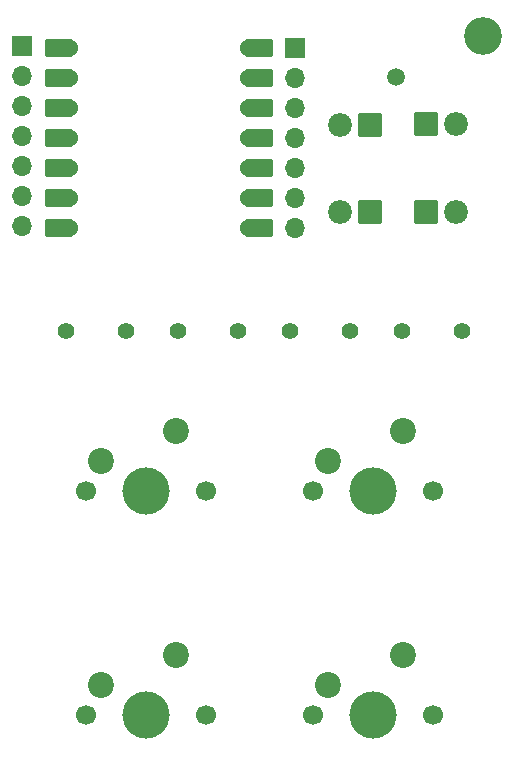
<source format=gbr>
%TF.GenerationSoftware,KiCad,Pcbnew,9.0.3*%
%TF.CreationDate,2025-07-25T20:10:58+07:00*%
%TF.ProjectId,Pathfinder,50617468-6669-46e6-9465-722e6b696361,rev?*%
%TF.SameCoordinates,Original*%
%TF.FileFunction,Soldermask,Top*%
%TF.FilePolarity,Negative*%
%FSLAX46Y46*%
G04 Gerber Fmt 4.6, Leading zero omitted, Abs format (unit mm)*
G04 Created by KiCad (PCBNEW 9.0.3) date 2025-07-25 20:10:58*
%MOMM*%
%LPD*%
G01*
G04 APERTURE LIST*
G04 Aperture macros list*
%AMRoundRect*
0 Rectangle with rounded corners*
0 $1 Rounding radius*
0 $2 $3 $4 $5 $6 $7 $8 $9 X,Y pos of 4 corners*
0 Add a 4 corners polygon primitive as box body*
4,1,4,$2,$3,$4,$5,$6,$7,$8,$9,$2,$3,0*
0 Add four circle primitives for the rounded corners*
1,1,$1+$1,$2,$3*
1,1,$1+$1,$4,$5*
1,1,$1+$1,$6,$7*
1,1,$1+$1,$8,$9*
0 Add four rect primitives between the rounded corners*
20,1,$1+$1,$2,$3,$4,$5,0*
20,1,$1+$1,$4,$5,$6,$7,0*
20,1,$1+$1,$6,$7,$8,$9,0*
20,1,$1+$1,$8,$9,$2,$3,0*%
G04 Aperture macros list end*
%ADD10O,1.700000X1.700000*%
%ADD11R,1.700000X1.700000*%
%ADD12C,1.400000*%
%ADD13C,1.700000*%
%ADD14C,4.000000*%
%ADD15C,2.200000*%
%ADD16C,2.019000*%
%ADD17RoundRect,0.102000X-0.907500X-0.907500X0.907500X-0.907500X0.907500X0.907500X-0.907500X0.907500X0*%
%ADD18RoundRect,0.152400X1.063600X0.609600X-1.063600X0.609600X-1.063600X-0.609600X1.063600X-0.609600X0*%
%ADD19C,1.524000*%
%ADD20RoundRect,0.152400X-1.063600X-0.609600X1.063600X-0.609600X1.063600X0.609600X-1.063600X0.609600X0*%
%ADD21RoundRect,0.102000X0.907500X0.907500X-0.907500X0.907500X-0.907500X-0.907500X0.907500X-0.907500X0*%
%ADD22C,3.200000*%
%ADD23C,1.500000*%
G04 APERTURE END LIST*
D10*
%TO.C,J2*%
X158042500Y-80610000D03*
X158042500Y-78070000D03*
X158042500Y-75530000D03*
X158042500Y-72990000D03*
X158042500Y-70450000D03*
X158042500Y-67910000D03*
D11*
X158042500Y-65370000D03*
%TD*%
D10*
%TO.C,J1*%
X134967500Y-80500000D03*
X134967500Y-77960000D03*
X134967500Y-75420000D03*
X134967500Y-72880000D03*
X134967500Y-70340000D03*
X134967500Y-67800000D03*
D11*
X134967500Y-65260000D03*
%TD*%
D12*
%TO.C,R2*%
X148137500Y-89335000D03*
X153217500Y-89335000D03*
%TD*%
%TO.C,R1*%
X138642500Y-89335000D03*
X143722500Y-89335000D03*
%TD*%
D13*
%TO.C,SW4*%
X159562500Y-121900000D03*
D14*
X164642500Y-121900000D03*
D13*
X169722500Y-121900000D03*
D15*
X167182500Y-116820000D03*
X160832500Y-119360000D03*
%TD*%
D12*
%TO.C,R3*%
X157637500Y-89335000D03*
X162717500Y-89335000D03*
%TD*%
D16*
%TO.C,D4*%
X171682500Y-79325106D03*
D17*
X169142500Y-79325106D03*
%TD*%
D12*
%TO.C,R4*%
X167127500Y-89335000D03*
X172207500Y-89335000D03*
%TD*%
D18*
%TO.C,XIAO-RP2040*%
X138057500Y-65360000D03*
D19*
X138892500Y-65360000D03*
D18*
X138057500Y-67900000D03*
D19*
X138892500Y-67900000D03*
D18*
X138057500Y-70440000D03*
D19*
X138892500Y-70440000D03*
D18*
X138057500Y-72980000D03*
D19*
X138892500Y-72980000D03*
D18*
X138057500Y-75520000D03*
D19*
X138892500Y-75520000D03*
D18*
X138057500Y-78060000D03*
D19*
X138892500Y-78060000D03*
D18*
X138057500Y-80600000D03*
D19*
X138892500Y-80600000D03*
X154132500Y-80600000D03*
D20*
X154967500Y-80600000D03*
D19*
X154132500Y-78060000D03*
D20*
X154967500Y-78060000D03*
D19*
X154132500Y-75520000D03*
D20*
X154967500Y-75520000D03*
D19*
X154132500Y-72980000D03*
D20*
X154967500Y-72980000D03*
D19*
X154132500Y-70440000D03*
D20*
X154967500Y-70440000D03*
D19*
X154132500Y-67900000D03*
D20*
X154967500Y-67900000D03*
D19*
X154132500Y-65360000D03*
D20*
X154967500Y-65360000D03*
%TD*%
D21*
%TO.C,D1*%
X164389573Y-79300000D03*
D16*
X161849573Y-79300000D03*
%TD*%
D22*
%TO.C,REF\u002A\u002A*%
X173982500Y-64420000D03*
%TD*%
D16*
%TO.C,D2*%
X161850000Y-71894894D03*
D21*
X164390000Y-71894894D03*
%TD*%
D13*
%TO.C,SW2*%
X159562500Y-102900000D03*
D14*
X164642500Y-102900000D03*
D13*
X169722500Y-102900000D03*
D15*
X167182500Y-97820000D03*
X160832500Y-100360000D03*
%TD*%
D23*
%TO.C,J3*%
X166650000Y-67850000D03*
%TD*%
D13*
%TO.C,SW1*%
X140372500Y-102900000D03*
D14*
X145452500Y-102900000D03*
D13*
X150532500Y-102900000D03*
D15*
X147992500Y-97820000D03*
X141642500Y-100360000D03*
%TD*%
D16*
%TO.C,D3*%
X171682500Y-71860000D03*
D17*
X169142500Y-71860000D03*
%TD*%
D13*
%TO.C,SW3*%
X140372500Y-121900000D03*
D14*
X145452500Y-121900000D03*
D13*
X150532500Y-121900000D03*
D15*
X147992500Y-116820000D03*
X141642500Y-119360000D03*
%TD*%
M02*

</source>
